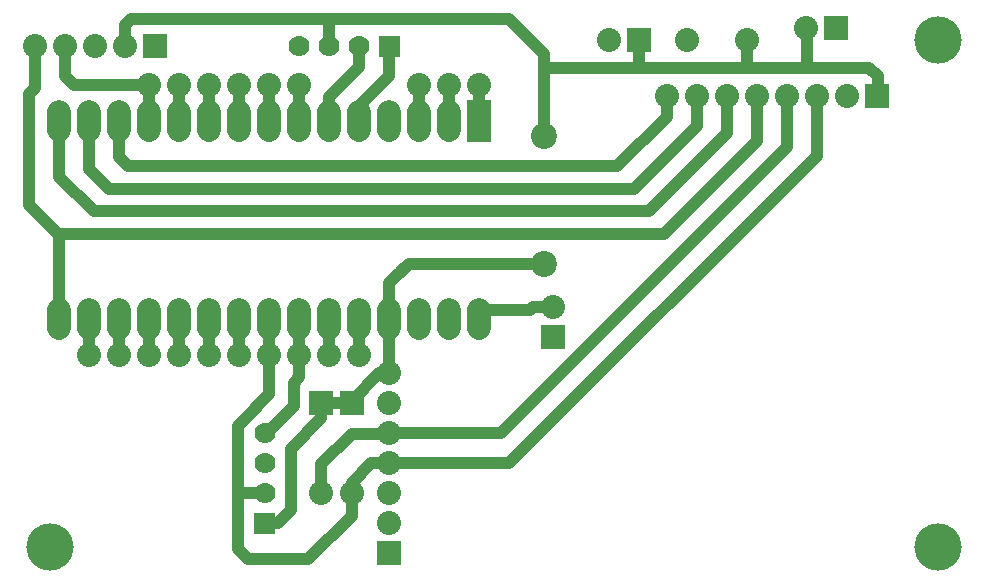
<source format=gtl>
G04 start of page 2 for group 3 layer_idx 0 *
G04 Title: (unknown), top_copper *
G04 Creator: pcb-rnd 3.1.0-dev *
G04 CreationDate: 2023-02-07 00:46:00 UTC *
G04 For: esh *
G04 Format: Gerber/RS-274X *
G04 PCB-Dimensions: 322000 195000 *
G04 PCB-Coordinate-Origin: lower left *
%MOIN*%
%FSLAX25Y25*%
%LNTOP_COPPER_NONE_3*%
%ADD23C,0.0394*%
%ADD22C,0.1260*%
%ADD21C,0.0886*%
%ADD20C,0.1220*%
%ADD19C,0.0393*%
%ADD18C,0.0827*%
%ADD17C,0.0394*%
%ADD16C,0.0866*%
%ADD15C,0.1575*%
%ADD14C,0.0001*%
%ADD13C,0.0700*%
%ADD12C,0.0800*%
%ADD11C,0.0400*%
G54D11*X16000Y152000D02*Y136500D01*
X26000Y152000D02*Y139000D01*
X32500Y132500D01*
X36000Y143000D02*Y152000D01*
X27500Y125000D02*X16000Y136500D01*
Y92000D02*Y116500D01*
X17000Y117500D01*
X39000Y140000D02*X36000Y143000D01*
X46000Y77000D02*Y92000D01*
X56000Y78000D02*Y92000D01*
X36000Y77000D02*Y92000D01*
X86000Y64000D02*X75425Y53425D01*
X78500Y56500D02*X86000Y64000D01*
Y92000D02*Y64000D01*
X66000Y77000D02*Y92000D01*
X76000D02*Y77000D01*
X26000D02*Y92000D01*
X18000Y180000D02*Y170000D01*
X8000Y180000D02*Y166000D01*
X6000Y164000D01*
Y127000D01*
X15500Y117500D02*X6000Y127000D01*
X10000Y123000D01*
X18000Y170000D02*X21000Y167000D01*
X46000D01*
X38000Y187000D02*X40000Y189000D01*
X38000Y180000D02*Y187000D01*
X106000Y189000D02*Y179000D01*
X126000Y71000D02*Y101000D01*
X106000Y77000D02*Y92000D01*
X96000D02*Y69740D01*
X116000Y77000D02*Y92000D01*
X94031Y67661D02*Y60181D01*
X103150Y61142D02*X113386D01*
X96000Y69740D02*X94094Y67835D01*
X113386Y61142D02*Y61945D01*
X94031Y60181D02*X84787Y50937D01*
X103150Y61142D02*Y56024D01*
X84457Y31000D02*X75811D01*
X103150Y56024D02*X93031Y45906D01*
Y36614D02*X93189Y36457D01*
X103150Y31142D02*Y40669D01*
X113386Y50906D01*
X126000Y71000D02*X122441D01*
X113386Y61945D02*X122441Y71000D01*
X119874Y68433D01*
X113386Y50906D02*X125890D01*
X125984Y51000D01*
X93189Y31000D02*Y37858D01*
X75425Y12472D02*Y53425D01*
X84457Y21000D02*X88701D01*
X93031Y25331D02*Y45906D01*
X75425Y12472D02*X78898Y9000D01*
X88701Y21000D02*X93031Y25331D01*
X88701Y21000D02*X91193Y23492D01*
X83000Y9000D02*X78898D01*
X119969Y41000D02*X113386Y34417D01*
X99000Y9000D02*X83000D01*
X99000D02*X113386Y23386D01*
Y34417D01*
X218567Y163543D02*Y156567D01*
X202000Y140000D02*X39000D01*
X32500Y132500D02*X207500D01*
X106000Y163000D02*Y152000D01*
X116000D02*Y160000D01*
X218567Y156567D02*X202000Y140000D01*
X238567Y163543D02*Y151067D01*
X207500Y132500D02*X228567Y153567D01*
Y163543D01*
X136000Y152000D02*Y167000D01*
X258567Y163543D02*Y146433D01*
X268567Y163543D02*Y143567D01*
X258567Y146433D02*X254567Y142433D01*
X212500Y125000D02*X27500D01*
X217500Y117500D02*X15500D01*
X238567Y151067D02*X212500Y125000D01*
X56000Y152000D02*Y167000D01*
X46000Y152000D02*Y167000D01*
X66000D02*Y152000D01*
X76000Y167000D02*Y152000D01*
X86000Y167000D02*Y152000D01*
X96000Y167000D02*Y152000D01*
X248567Y165000D02*Y148567D01*
X265100Y186000D02*Y172900D01*
X285967Y172800D02*X288700Y170067D01*
Y163600D01*
X245200Y182100D02*Y172800D01*
X177500Y177500D02*X166000Y189000D01*
X40000D01*
X209300Y172900D02*Y182300D01*
X285967Y172800D02*X177500D01*
X116000Y180000D02*Y173000D01*
X106000Y163000D01*
X116000Y160000D02*X126000Y170000D01*
Y180000D01*
X177500Y150000D02*Y177500D01*
X156000Y152000D02*Y167000D01*
X146000Y152000D02*Y167000D01*
X177500Y107500D02*X132500D01*
X163134Y51000D02*X258567Y146433D01*
X126000Y101000D02*X132500Y107500D01*
X182000Y93000D02*X174000D01*
X156000Y92000D02*X173000D01*
X174000Y93000D02*X173000Y92000D01*
X126000Y51000D02*X163134D01*
X166000Y41000D02*X268567Y143567D01*
X248567Y148567D02*X217500Y117500D01*
X132500Y107500D02*X130000Y105000D01*
X166000Y41000D02*X119969D01*
G54D12*X56000Y167000D03*
X46000D03*
X66000D03*
X76000D03*
X96000D03*
X136000D03*
G54D13*X96000Y180000D03*
X106000D03*
G54D14*G36*
X129500Y183500D02*X122500D01*
Y176500D01*
X129500D01*
Y183500D01*
G37*
G54D13*X116000Y180000D03*
G54D12*X146000Y167000D03*
X156000D03*
X86000D03*
X96000Y152000D02*Y158000D01*
X106000Y152000D02*Y158000D01*
X86000Y152000D02*Y158000D01*
X116000Y152000D02*Y158000D01*
X126000Y152000D02*Y158000D01*
X136000Y152000D02*Y158000D01*
G54D14*G36*
X152000Y162000D02*X160000D01*
Y148000D01*
X152000D01*
Y162000D01*
G37*
G54D12*X146000Y152000D02*Y158000D01*
X36000Y152000D02*Y158000D01*
X46000Y152000D02*Y158000D01*
X16000Y152000D02*Y158000D01*
X26000Y152000D02*Y158000D01*
X56000Y152000D02*Y158000D01*
X66000Y152000D02*Y158000D01*
X76000Y152000D02*Y158000D01*
G54D14*G36*
X52000Y184000D02*Y176000D01*
X44000D01*
Y184000D01*
X52000D01*
G37*
G54D12*X38000Y180000D03*
X28000D03*
X18000D03*
X8000D03*
G54D15*X13000Y13000D03*
G54D12*X66000Y77000D03*
X56000D03*
X46000D03*
X36000D03*
X26000D03*
X76000D03*
X96000D03*
X86000D03*
X116000D03*
X106000D03*
X126000Y92000D02*Y86000D01*
X116000Y92000D02*Y86000D01*
X156000Y92000D02*Y86000D01*
X146000Y92000D02*Y86000D01*
X136000Y92000D02*Y86000D01*
G54D14*G36*
X184500Y79000D02*X176500D01*
Y87000D01*
X184500D01*
Y79000D01*
G37*
G54D12*X180500Y93000D03*
X126000Y71000D03*
X106000Y92000D02*Y86000D01*
X96000Y92000D02*Y86000D01*
X86000Y92000D02*Y86000D01*
X46000Y92000D02*Y86000D01*
X36000Y92000D02*Y86000D01*
X26000Y92000D02*Y86000D01*
X16000Y92000D02*Y86000D01*
X76000Y92000D02*Y86000D01*
X66000Y92000D02*Y86000D01*
X56000Y92000D02*Y86000D01*
G54D13*X84457Y51000D03*
Y41000D03*
Y31000D03*
G54D14*G36*
X107150Y65142D02*Y57142D01*
X99150D01*
Y65142D01*
X107150D01*
G37*
G36*
X117386D02*Y57142D01*
X109386D01*
Y65142D01*
X117386D01*
G37*
G54D12*X126000Y51000D03*
Y61000D03*
X103150Y31142D03*
X113386D03*
X126000Y31000D03*
Y41000D03*
G54D14*G36*
X80957Y24500D02*Y17500D01*
X87957D01*
Y24500D01*
X80957D01*
G37*
G36*
X130000Y7000D02*X122000D01*
Y15000D01*
X130000D01*
Y7000D01*
G37*
G54D12*X126000Y21000D03*
G54D16*X177500Y150000D03*
G54D12*X225200Y182100D03*
X218567Y163543D03*
X245200Y182100D03*
X238567Y163543D03*
X228567D03*
G54D14*G36*
X213300Y178300D02*X205300D01*
Y186300D01*
X213300D01*
Y178300D01*
G37*
G54D12*X199300Y182300D03*
G54D14*G36*
X279000Y190000D02*Y182000D01*
X271000D01*
Y190000D01*
X279000D01*
G37*
G54D12*X265000Y186000D03*
X278567Y163543D03*
X268567D03*
G54D15*X309000Y182000D03*
G54D14*G36*
X292567Y167543D02*Y159543D01*
X284567D01*
Y167543D01*
X292567D01*
G37*
G54D12*X258567Y163543D03*
X248567D03*
G54D15*X309000Y13000D03*
G54D16*X177500Y107500D03*
G54D17*G54D18*G54D17*G54D11*G54D17*G54D18*G54D17*G54D19*G54D17*G54D20*G54D17*G54D19*G54D17*G54D21*G54D17*G54D19*G54D11*G54D17*G54D11*G54D21*G54D17*G54D22*G54D17*G54D23*G54D17*G54D20*G54D22*G54D17*G54D20*G54D17*G54D22*M02*

</source>
